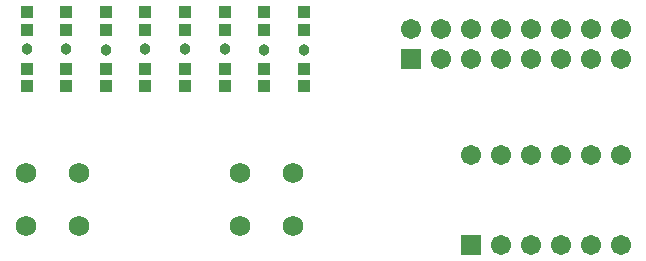
<source format=gts>
%FSDAX24Y24*%
%MOIN*%
%SFA1B1*%

%IPPOS*%
%ADD14R,0.039500X0.039500*%
%ADD15C,0.068000*%
%ADD16C,0.067060*%
%ADD17R,0.067060X0.067060*%
%ADD18C,0.067060*%
%ADD19R,0.067060X0.067060*%
%ADD20C,0.038000*%
%LNde-140824_1-1*%
%LPD*%
G54D14*
X012127Y007130D03*
Y007721D03*
X006847Y007130D03*
Y007721D03*
X012127Y009597D03*
Y009006D03*
X006847Y009597D03*
Y009006D03*
X010807Y007130D03*
Y007721D03*
X005527Y007130D03*
Y007721D03*
Y009597D03*
Y009006D03*
X009487Y007130D03*
Y007721D03*
X004207Y007130D03*
Y007721D03*
X009487Y009597D03*
Y009006D03*
X004207Y009597D03*
Y009006D03*
X008167Y007130D03*
Y007721D03*
X002887Y007130D03*
Y007721D03*
Y009597D03*
Y009006D03*
X008167Y009597D03*
Y009006D03*
X010807Y009597D03*
Y009006D03*
G54D15*
X004623Y002461D03*
X002851D03*
X004623Y004232D03*
X002851D03*
X011773Y002461D03*
X010001D03*
X011773Y004232D03*
X010001D03*
G54D16*
X022687Y009047D03*
Y008047D03*
X021687Y009047D03*
Y008047D03*
X020687Y009047D03*
Y008047D03*
X019687Y009047D03*
Y008047D03*
X018687Y009047D03*
Y008047D03*
X017687Y009047D03*
Y008047D03*
X016687Y009047D03*
Y008047D03*
X015687Y009047D03*
X022687Y004847D03*
X021687D03*
X020687D03*
X019687D03*
X018687D03*
X017687D03*
X022687Y001847D03*
G54D17*
X015687Y008047D03*
G54D18*
X021687Y001847D03*
X020687D03*
X019687D03*
X018687D03*
G54D19*
X017687Y001847D03*
G54D20*
X012127Y008347D03*
X010787D03*
X009487Y008363D03*
X008167D03*
X006847D03*
X005527Y008347D03*
X004207Y008363D03*
X002887D03*
M02*
</source>
